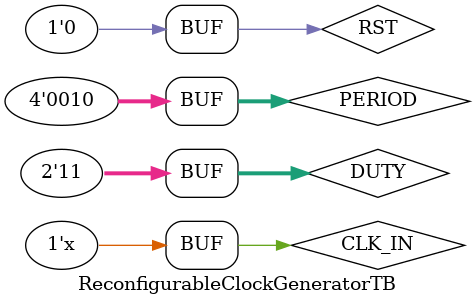
<source format=v>
`timescale 1ns / 1ps


module ReconfigurableClockGeneratorTB;

	// Inputs
	reg CLK_IN;
	reg RST;
	reg [3:0] PERIOD;
	reg [1:0] DUTY;

	// Outputs
	wire CLK_OUT;

	// Instantiate the Unit Under Test (UUT)
	ReconfigurableClockGenerator uut (
		.CLK_IN(CLK_IN), 
		.RST(RST), 
		.PERIOD(PERIOD), 
		.DUTY(DUTY), 
		.CLK_OUT(CLK_OUT)
	);
	
	always begin
	#5 CLK_IN = ~CLK_IN;
	end

	initial begin
		// Initialize inputs, reset circuit
		CLK_IN = 0;
		RST = 1;
		PERIOD = 0;
		DUTY = 0;
		#100;
		RST = 0;
		#100;
        
		// Add stimulus here
		DUTY = 2'b0;
		PERIOD = 4'd2;
		#1000;
		
		DUTY = 2'd1;
		PERIOD = 4'd2;
		#1000;
		
		DUTY = 2'd2;
		PERIOD = 4'd2;
		#1000;
		
		DUTY = 2'd3;
		PERIOD = 4'd2;
		#1000;
	end
      
endmodule


</source>
